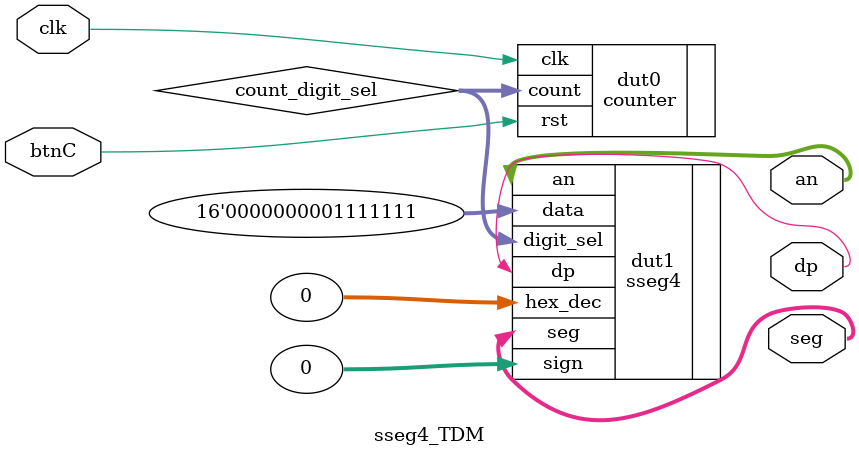
<source format=sv>
`timescale 1ns / 1ps


module sseg4_TDM(
    input btnC,
    input clk,
    output [6:0] seg,
    output dp,
    output [3:0] an
    );
    
    wire [1:0] count_digit_sel;
    
    counter #(.N(2)) dut0(
        .clk(clk), .rst(btnC),
        .count(count_digit_sel)
    );
    
    sseg4 dut1(
        .data(16'h7f), .hex_dec(0), .sign(0), .digit_sel(count_digit_sel),
        .seg(seg), .dp(dp), .an(an)
    );
    
endmodule

</source>
